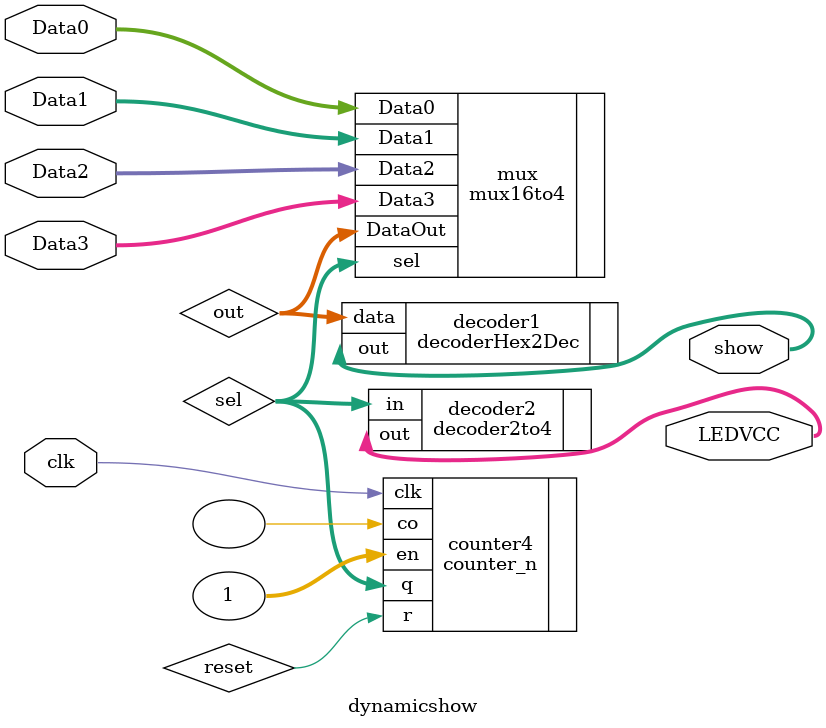
<source format=v>
module dynamicshow (
    input [3:0] Data0,Data1,Data2,Data3,
    input clk,
    output [6:0] show,
    output [3:0] LEDVCC
);
    wire [1:0] sel;
    counter_n #(.n(4) , .counter_bits(2)) counter4(.clk(clk) , .r(reset) , .en(1) , .q(sel) , .co());

    wire [3:0] out;
    mux16to4 mux(.Data0(Data0) , .Data1(Data1) , .Data2(Data2) , .Data3(Data3) , .sel(sel) , .DataOut(out));

    decoderHex2Dec decoder1(.data(out) , .out(show));

    decoder2to4 decoder2(.in(sel) , .out(LEDVCC));
    
endmodule
</source>
